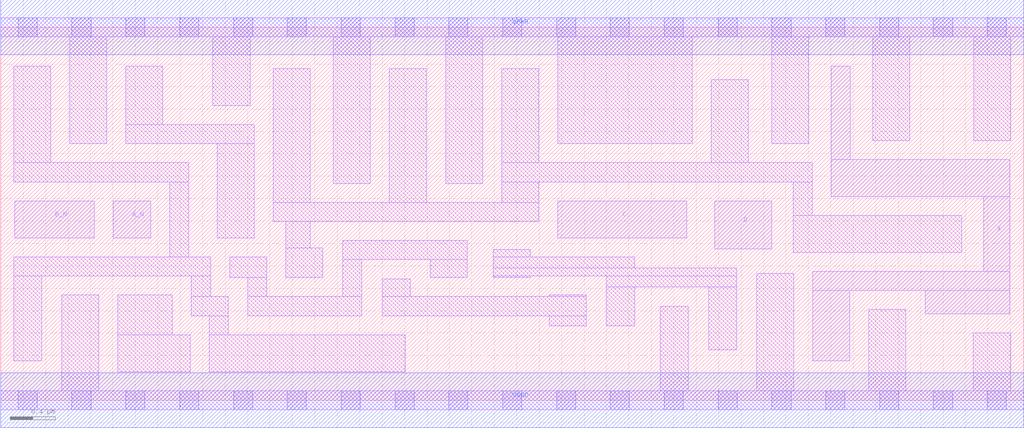
<source format=lef>
# Copyright 2020 The SkyWater PDK Authors
#
# Licensed under the Apache License, Version 2.0 (the "License");
# you may not use this file except in compliance with the License.
# You may obtain a copy of the License at
#
#     https://www.apache.org/licenses/LICENSE-2.0
#
# Unless required by applicable law or agreed to in writing, software
# distributed under the License is distributed on an "AS IS" BASIS,
# WITHOUT WARRANTIES OR CONDITIONS OF ANY KIND, either express or implied.
# See the License for the specific language governing permissions and
# limitations under the License.
#
# SPDX-License-Identifier: Apache-2.0

VERSION 5.7 ;
  NAMESCASESENSITIVE ON ;
  NOWIREEXTENSIONATPIN ON ;
  DIVIDERCHAR "/" ;
  BUSBITCHARS "[]" ;
UNITS
  DATABASE MICRONS 200 ;
END UNITS
MACRO sky130_fd_sc_hs__and4bb_4
  CLASS CORE ;
  FOREIGN sky130_fd_sc_hs__and4bb_4 ;
  ORIGIN  0.000000  0.000000 ;
  SIZE  9.120000 BY  3.330000 ;
  SYMMETRY X Y ;
  SITE unit ;
  PIN A_N
    ANTENNAGATEAREA  0.246000 ;
    DIRECTION INPUT ;
    USE SIGNAL ;
    PORT
      LAYER li1 ;
        RECT 1.005000 1.450000 1.335000 1.780000 ;
    END
  END A_N
  PIN B_N
    ANTENNAGATEAREA  0.246000 ;
    DIRECTION INPUT ;
    USE SIGNAL ;
    PORT
      LAYER li1 ;
        RECT 0.125000 1.450000 0.835000 1.780000 ;
    END
  END B_N
  PIN C
    ANTENNAGATEAREA  0.492000 ;
    DIRECTION INPUT ;
    USE SIGNAL ;
    PORT
      LAYER li1 ;
        RECT 4.965000 1.450000 6.115000 1.780000 ;
    END
  END C
  PIN D
    ANTENNAGATEAREA  0.492000 ;
    DIRECTION INPUT ;
    USE SIGNAL ;
    PORT
      LAYER li1 ;
        RECT 6.365000 1.350000 6.875000 1.780000 ;
    END
  END D
  PIN X
    ANTENNADIFFAREA  1.116000 ;
    DIRECTION OUTPUT ;
    USE SIGNAL ;
    PORT
      LAYER li1 ;
        RECT 7.240000 0.350000 7.570000 0.980000 ;
        RECT 7.240000 0.980000 8.995000 1.150000 ;
        RECT 7.405000 1.820000 8.995000 2.150000 ;
        RECT 7.405000 2.150000 7.575000 2.980000 ;
        RECT 8.240000 0.770000 8.995000 0.980000 ;
        RECT 8.765000 1.150000 8.995000 1.820000 ;
    END
  END X
  PIN VGND
    DIRECTION INOUT ;
    USE GROUND ;
    PORT
      LAYER met1 ;
        RECT 0.000000 -0.245000 9.120000 0.245000 ;
    END
  END VGND
  PIN VPWR
    DIRECTION INOUT ;
    USE POWER ;
    PORT
      LAYER met1 ;
        RECT 0.000000 3.085000 9.120000 3.575000 ;
    END
  END VPWR
  OBS
    LAYER li1 ;
      RECT 0.000000 -0.085000 9.120000 0.085000 ;
      RECT 0.000000  3.245000 9.120000 3.415000 ;
      RECT 0.115000  0.350000 0.365000 1.110000 ;
      RECT 0.115000  1.110000 1.870000 1.280000 ;
      RECT 0.115000  1.950000 1.675000 2.120000 ;
      RECT 0.115000  2.120000 0.445000 2.980000 ;
      RECT 0.545000  0.085000 0.875000 0.940000 ;
      RECT 0.615000  2.290000 0.945000 3.245000 ;
      RECT 1.045000  0.255000 1.690000 0.585000 ;
      RECT 1.045000  0.585000 1.530000 0.940000 ;
      RECT 1.115000  2.290000 2.260000 2.460000 ;
      RECT 1.115000  2.460000 1.445000 2.980000 ;
      RECT 1.505000  1.280000 1.675000 1.950000 ;
      RECT 1.700000  0.755000 2.030000 0.925000 ;
      RECT 1.700000  0.925000 1.870000 1.110000 ;
      RECT 1.860000  0.255000 3.605000 0.585000 ;
      RECT 1.860000  0.585000 2.030000 0.755000 ;
      RECT 1.890000  2.630000 2.225000 3.245000 ;
      RECT 1.930000  1.450000 2.260000 2.290000 ;
      RECT 2.040000  1.095000 2.370000 1.280000 ;
      RECT 2.200000  0.755000 3.220000 0.925000 ;
      RECT 2.200000  0.925000 2.370000 1.095000 ;
      RECT 2.430000  1.595000 4.795000 1.765000 ;
      RECT 2.430000  1.765000 2.760000 2.960000 ;
      RECT 2.540000  1.095000 2.870000 1.360000 ;
      RECT 2.540000  1.360000 2.760000 1.595000 ;
      RECT 2.965000  1.935000 3.295000 3.245000 ;
      RECT 3.050000  0.925000 3.220000 1.255000 ;
      RECT 3.050000  1.255000 4.160000 1.425000 ;
      RECT 3.400000  0.755000 5.220000 0.925000 ;
      RECT 3.400000  0.925000 3.650000 1.085000 ;
      RECT 3.465000  1.765000 3.795000 2.960000 ;
      RECT 3.830000  1.095000 4.160000 1.255000 ;
      RECT 3.965000  1.935000 4.295000 3.245000 ;
      RECT 4.390000  1.095000 4.720000 1.110000 ;
      RECT 4.390000  1.110000 6.560000 1.180000 ;
      RECT 4.390000  1.180000 5.650000 1.280000 ;
      RECT 4.390000  1.280000 4.720000 1.345000 ;
      RECT 4.465000  1.765000 4.795000 1.950000 ;
      RECT 4.465000  1.950000 7.235000 2.120000 ;
      RECT 4.465000  2.120000 4.795000 2.960000 ;
      RECT 4.890000  0.665000 5.220000 0.755000 ;
      RECT 4.890000  0.925000 5.220000 0.940000 ;
      RECT 4.965000  2.290000 6.165000 3.245000 ;
      RECT 5.400000  0.665000 5.650000 1.010000 ;
      RECT 5.400000  1.010000 6.560000 1.110000 ;
      RECT 5.880000  0.085000 6.130000 0.840000 ;
      RECT 6.310000  0.450000 6.560000 1.010000 ;
      RECT 6.335000  2.120000 6.665000 2.860000 ;
      RECT 6.740000  0.085000 7.070000 1.130000 ;
      RECT 6.875000  2.290000 7.205000 3.245000 ;
      RECT 7.065000  1.320000 8.565000 1.650000 ;
      RECT 7.065000  1.650000 7.235000 1.950000 ;
      RECT 7.740000  0.085000 8.070000 0.810000 ;
      RECT 7.775000  2.320000 8.105000 3.245000 ;
      RECT 8.670000  0.085000 9.005000 0.600000 ;
      RECT 8.675000  2.320000 9.005000 3.245000 ;
    LAYER mcon ;
      RECT 0.155000 -0.085000 0.325000 0.085000 ;
      RECT 0.155000  3.245000 0.325000 3.415000 ;
      RECT 0.635000 -0.085000 0.805000 0.085000 ;
      RECT 0.635000  3.245000 0.805000 3.415000 ;
      RECT 1.115000 -0.085000 1.285000 0.085000 ;
      RECT 1.115000  3.245000 1.285000 3.415000 ;
      RECT 1.595000 -0.085000 1.765000 0.085000 ;
      RECT 1.595000  3.245000 1.765000 3.415000 ;
      RECT 2.075000 -0.085000 2.245000 0.085000 ;
      RECT 2.075000  3.245000 2.245000 3.415000 ;
      RECT 2.555000 -0.085000 2.725000 0.085000 ;
      RECT 2.555000  3.245000 2.725000 3.415000 ;
      RECT 3.035000 -0.085000 3.205000 0.085000 ;
      RECT 3.035000  3.245000 3.205000 3.415000 ;
      RECT 3.515000 -0.085000 3.685000 0.085000 ;
      RECT 3.515000  3.245000 3.685000 3.415000 ;
      RECT 3.995000 -0.085000 4.165000 0.085000 ;
      RECT 3.995000  3.245000 4.165000 3.415000 ;
      RECT 4.475000 -0.085000 4.645000 0.085000 ;
      RECT 4.475000  3.245000 4.645000 3.415000 ;
      RECT 4.955000 -0.085000 5.125000 0.085000 ;
      RECT 4.955000  3.245000 5.125000 3.415000 ;
      RECT 5.435000 -0.085000 5.605000 0.085000 ;
      RECT 5.435000  3.245000 5.605000 3.415000 ;
      RECT 5.915000 -0.085000 6.085000 0.085000 ;
      RECT 5.915000  3.245000 6.085000 3.415000 ;
      RECT 6.395000 -0.085000 6.565000 0.085000 ;
      RECT 6.395000  3.245000 6.565000 3.415000 ;
      RECT 6.875000 -0.085000 7.045000 0.085000 ;
      RECT 6.875000  3.245000 7.045000 3.415000 ;
      RECT 7.355000 -0.085000 7.525000 0.085000 ;
      RECT 7.355000  3.245000 7.525000 3.415000 ;
      RECT 7.835000 -0.085000 8.005000 0.085000 ;
      RECT 7.835000  3.245000 8.005000 3.415000 ;
      RECT 8.315000 -0.085000 8.485000 0.085000 ;
      RECT 8.315000  3.245000 8.485000 3.415000 ;
      RECT 8.795000 -0.085000 8.965000 0.085000 ;
      RECT 8.795000  3.245000 8.965000 3.415000 ;
  END
END sky130_fd_sc_hs__and4bb_4
END LIBRARY

</source>
